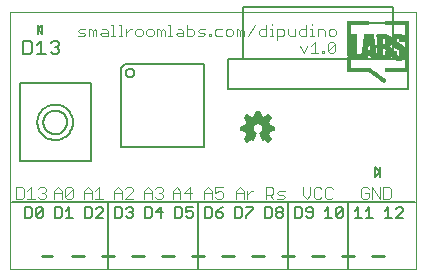
<source format=gto>
G75*
G70*
%OFA0B0*%
%FSLAX24Y24*%
%IPPOS*%
%LPD*%
%AMOC8*
5,1,8,0,0,1.08239X$1,22.5*
%
%ADD10C,0.0000*%
%ADD11C,0.0060*%
%ADD12C,0.0020*%
%ADD13C,0.0050*%
%ADD14C,0.0070*%
%ADD15C,0.0040*%
%ADD16C,0.0100*%
%ADD17R,0.0024X0.0008*%
%ADD18R,0.0040X0.0008*%
%ADD19R,0.0048X0.0008*%
%ADD20R,0.0072X0.0008*%
%ADD21R,0.0088X0.0008*%
%ADD22R,0.0104X0.0008*%
%ADD23R,0.0120X0.0008*%
%ADD24R,0.0136X0.0008*%
%ADD25R,0.0152X0.0008*%
%ADD26R,0.0176X0.0008*%
%ADD27R,0.0184X0.0008*%
%ADD28R,0.0200X0.0008*%
%ADD29R,0.0200X0.0008*%
%ADD30R,0.0192X0.0008*%
%ADD31R,0.0904X0.0008*%
%ADD32R,0.0776X0.0008*%
%ADD33R,0.0888X0.0008*%
%ADD34R,0.0880X0.0008*%
%ADD35R,0.0864X0.0008*%
%ADD36R,0.0776X0.0008*%
%ADD37R,0.0856X0.0008*%
%ADD38R,0.0848X0.0008*%
%ADD39R,0.0832X0.0008*%
%ADD40R,0.0824X0.0008*%
%ADD41R,0.0808X0.0008*%
%ADD42R,0.0800X0.0008*%
%ADD43R,0.0792X0.0008*%
%ADD44R,0.0768X0.0008*%
%ADD45R,0.0752X0.0008*%
%ADD46R,0.0744X0.0008*%
%ADD47R,0.0120X0.0008*%
%ADD48R,0.0128X0.0008*%
%ADD49R,0.0192X0.0008*%
%ADD50R,0.0656X0.0008*%
%ADD51R,0.0536X0.0008*%
%ADD52R,0.0240X0.0008*%
%ADD53R,0.0600X0.0008*%
%ADD54R,0.0288X0.0008*%
%ADD55R,0.0624X0.0008*%
%ADD56R,0.0304X0.0008*%
%ADD57R,0.0640X0.0008*%
%ADD58R,0.0336X0.0008*%
%ADD59R,0.0664X0.0008*%
%ADD60R,0.0656X0.0008*%
%ADD61R,0.0360X0.0008*%
%ADD62R,0.0664X0.0008*%
%ADD63R,0.0664X0.0008*%
%ADD64R,0.0384X0.0008*%
%ADD65R,0.0672X0.0008*%
%ADD66R,0.0400X0.0008*%
%ADD67R,0.0680X0.0008*%
%ADD68R,0.0416X0.0008*%
%ADD69R,0.0552X0.0008*%
%ADD70R,0.0672X0.0008*%
%ADD71R,0.0696X0.0008*%
%ADD72R,0.0552X0.0008*%
%ADD73R,0.0696X0.0008*%
%ADD74R,0.0560X0.0008*%
%ADD75R,0.0704X0.0008*%
%ADD76R,0.0568X0.0008*%
%ADD77R,0.0704X0.0008*%
%ADD78R,0.0568X0.0008*%
%ADD79R,0.1288X0.0008*%
%ADD80R,0.0920X0.0008*%
%ADD81R,0.0320X0.0008*%
%ADD82R,0.0912X0.0008*%
%ADD83R,0.0312X0.0008*%
%ADD84R,0.0432X0.0008*%
%ADD85R,0.0448X0.0008*%
%ADD86R,0.1192X0.0008*%
%ADD87R,0.0416X0.0008*%
%ADD88R,0.0304X0.0008*%
%ADD89R,0.1192X0.0008*%
%ADD90R,0.0408X0.0008*%
%ADD91R,0.0328X0.0008*%
%ADD92R,0.0728X0.0008*%
%ADD93R,0.0328X0.0008*%
%ADD94R,0.0720X0.0008*%
%ADD95R,0.0392X0.0008*%
%ADD96R,0.0720X0.0008*%
%ADD97R,0.0392X0.0008*%
%ADD98R,0.0488X0.0008*%
%ADD99R,0.0224X0.0008*%
%ADD100R,0.0488X0.0008*%
%ADD101R,0.0224X0.0008*%
%ADD102R,0.0480X0.0008*%
%ADD103R,0.0472X0.0008*%
%ADD104R,0.0472X0.0008*%
%ADD105R,0.0312X0.0008*%
%ADD106R,0.0216X0.0008*%
%ADD107R,0.0192X0.0008*%
%ADD108R,0.0336X0.0008*%
%ADD109R,0.0216X0.0008*%
%ADD110R,0.0352X0.0008*%
%ADD111R,0.0192X0.0008*%
%ADD112R,0.0184X0.0008*%
%ADD113R,0.0360X0.0008*%
%ADD114R,0.0208X0.0008*%
%ADD115R,0.0368X0.0008*%
%ADD116R,0.0184X0.0008*%
%ADD117R,0.0408X0.0008*%
%ADD118R,0.0416X0.0008*%
%ADD119R,0.0256X0.0008*%
%ADD120R,0.0440X0.0008*%
%ADD121R,0.0328X0.0008*%
%ADD122R,0.0336X0.0008*%
%ADD123R,0.0344X0.0008*%
%ADD124R,0.0472X0.0008*%
%ADD125R,0.0344X0.0008*%
%ADD126R,0.0464X0.0008*%
%ADD127R,0.0176X0.0008*%
%ADD128R,0.0456X0.0008*%
%ADD129R,0.0352X0.0008*%
%ADD130R,0.0440X0.0008*%
%ADD131R,0.0352X0.0008*%
%ADD132R,0.0424X0.0008*%
%ADD133R,0.0344X0.0008*%
%ADD134R,0.0176X0.0008*%
%ADD135R,0.0184X0.0008*%
%ADD136R,0.0216X0.0008*%
%ADD137R,0.0296X0.0008*%
%ADD138R,0.0280X0.0008*%
%ADD139R,0.0264X0.0008*%
%ADD140R,0.0448X0.0008*%
%ADD141R,0.0424X0.0008*%
%ADD142R,0.0400X0.0008*%
%ADD143R,0.0376X0.0008*%
%ADD144R,0.0368X0.0008*%
%ADD145R,0.0408X0.0008*%
%ADD146R,0.0480X0.0008*%
%ADD147R,0.0584X0.0008*%
%ADD148R,0.0576X0.0008*%
%ADD149R,0.0464X0.0008*%
%ADD150R,0.0328X0.0008*%
%ADD151R,0.0432X0.0008*%
%ADD152R,0.0376X0.0008*%
%ADD153R,0.0392X0.0008*%
%ADD154R,0.0376X0.0008*%
%ADD155R,0.0320X0.0008*%
%ADD156R,0.0272X0.0008*%
%ADD157R,0.0224X0.0008*%
%ADD158R,0.0064X0.0008*%
%ADD159R,0.0704X0.0008*%
%ADD160R,0.0704X0.0008*%
%ADD161R,0.2048X0.0008*%
%ADD162R,0.2048X0.0008*%
D10*
X000605Y000141D02*
X000605Y008718D01*
X014134Y008718D01*
X014134Y000141D01*
X000605Y000141D01*
D11*
X004298Y004228D02*
X004298Y006848D01*
X004438Y006988D01*
X007058Y006988D01*
X007058Y004228D01*
X004298Y004228D01*
X004457Y006688D02*
X004459Y006711D01*
X004465Y006734D01*
X004474Y006755D01*
X004487Y006775D01*
X004503Y006792D01*
X004521Y006806D01*
X004541Y006817D01*
X004563Y006825D01*
X004586Y006829D01*
X004610Y006829D01*
X004633Y006825D01*
X004655Y006817D01*
X004675Y006806D01*
X004693Y006792D01*
X004709Y006775D01*
X004722Y006755D01*
X004731Y006734D01*
X004737Y006711D01*
X004739Y006688D01*
X004737Y006665D01*
X004731Y006642D01*
X004722Y006621D01*
X004709Y006601D01*
X004693Y006584D01*
X004675Y006570D01*
X004655Y006559D01*
X004633Y006551D01*
X004610Y006547D01*
X004586Y006547D01*
X004563Y006551D01*
X004541Y006559D01*
X004521Y006570D01*
X004503Y006584D01*
X004487Y006601D01*
X004474Y006621D01*
X004465Y006642D01*
X004459Y006665D01*
X004457Y006688D01*
X002249Y007394D02*
X002176Y007321D01*
X002029Y007321D01*
X001955Y007394D01*
X001789Y007321D02*
X001495Y007321D01*
X001642Y007321D02*
X001642Y007761D01*
X001495Y007615D01*
X001328Y007688D02*
X001255Y007761D01*
X001035Y007761D01*
X001035Y007321D01*
X001255Y007321D01*
X001328Y007394D01*
X001328Y007688D01*
X001955Y007688D02*
X002029Y007761D01*
X002176Y007761D01*
X002249Y007688D01*
X002249Y007615D01*
X002176Y007541D01*
X002249Y007468D01*
X002249Y007394D01*
X002176Y007541D02*
X002102Y007541D01*
X008305Y004901D02*
X008305Y004771D01*
X008455Y004741D01*
X008505Y004611D01*
X008425Y004481D01*
X008515Y004391D01*
X008635Y004471D01*
X008685Y004441D01*
X008785Y004671D01*
X008755Y004641D02*
X008655Y004491D01*
X008505Y004441D01*
X008455Y004491D01*
X008555Y004641D01*
X008455Y004791D01*
X008355Y004791D01*
X008355Y004891D01*
X008505Y004891D01*
X008555Y005041D01*
X008455Y005191D01*
X008505Y005241D01*
X008655Y005141D01*
X008805Y005241D01*
X008805Y005341D01*
X008905Y005341D01*
X008955Y005191D01*
X009105Y005141D01*
X009205Y005241D01*
X009255Y005191D01*
X009205Y005041D01*
X009255Y004891D01*
X009405Y004891D01*
X009355Y004791D01*
X009205Y004741D01*
X009205Y004591D01*
X009255Y004491D01*
X009205Y004441D01*
X009105Y004491D01*
X009055Y004491D01*
X009005Y004641D01*
X009105Y004841D01*
X009005Y004991D01*
X008855Y005041D01*
X008705Y004991D01*
X008655Y004841D01*
X008705Y004691D01*
X008755Y004641D01*
X008747Y004649D02*
X008550Y004649D01*
X008521Y004590D02*
X008721Y004590D01*
X008682Y004532D02*
X008482Y004532D01*
X008473Y004473D02*
X008601Y004473D01*
X008510Y004707D02*
X008699Y004707D01*
X008680Y004766D02*
X008471Y004766D01*
X008355Y004825D02*
X008660Y004825D01*
X008669Y004883D02*
X008355Y004883D01*
X008305Y004901D02*
X008455Y004921D01*
X008515Y005051D01*
X008425Y005181D01*
X008515Y005271D01*
X008645Y005181D01*
X008765Y005231D01*
X008795Y005391D01*
X008925Y005391D01*
X008955Y005231D01*
X009075Y005181D01*
X009215Y005271D01*
X009305Y005181D01*
X009215Y005051D01*
X009265Y004931D01*
X009415Y004901D01*
X009415Y004771D01*
X009275Y004741D01*
X009215Y004611D01*
X009305Y004481D01*
X009215Y004391D01*
X009095Y004471D01*
X009035Y004441D01*
X008945Y004671D01*
X009009Y004649D02*
X009205Y004649D01*
X009205Y004707D02*
X009038Y004707D01*
X009067Y004766D02*
X009279Y004766D01*
X009371Y004825D02*
X009096Y004825D01*
X009077Y004883D02*
X009401Y004883D01*
X009238Y004942D02*
X009038Y004942D01*
X008977Y005000D02*
X009218Y005000D01*
X009211Y005059D02*
X008543Y005059D01*
X008541Y005000D02*
X008732Y005000D01*
X008688Y004942D02*
X008522Y004942D01*
X008504Y005117D02*
X009230Y005117D01*
X009250Y005176D02*
X009139Y005176D01*
X009198Y005234D02*
X009211Y005234D01*
X009001Y005176D02*
X008707Y005176D01*
X008603Y005176D02*
X008465Y005176D01*
X008498Y005234D02*
X008515Y005234D01*
X008795Y005234D02*
X008940Y005234D01*
X008921Y005293D02*
X008805Y005293D01*
X008785Y004671D02*
X008763Y004684D01*
X008743Y004700D01*
X008725Y004719D01*
X008710Y004741D01*
X008699Y004764D01*
X008691Y004789D01*
X008687Y004814D01*
X008686Y004840D01*
X008689Y004866D01*
X008696Y004891D01*
X008707Y004914D01*
X008720Y004936D01*
X008737Y004956D01*
X008756Y004973D01*
X008778Y004988D01*
X008802Y004998D01*
X008826Y005006D01*
X008852Y005010D01*
X008878Y005010D01*
X008904Y005006D01*
X008928Y004998D01*
X008952Y004988D01*
X008974Y004973D01*
X008993Y004956D01*
X009010Y004936D01*
X009023Y004914D01*
X009034Y004891D01*
X009041Y004866D01*
X009044Y004840D01*
X009043Y004814D01*
X009039Y004789D01*
X009031Y004764D01*
X009020Y004741D01*
X009005Y004719D01*
X008987Y004700D01*
X008967Y004684D01*
X008945Y004671D01*
X009022Y004590D02*
X009205Y004590D01*
X009234Y004532D02*
X009041Y004532D01*
X009140Y004473D02*
X009237Y004473D01*
D12*
X009318Y002881D02*
X009128Y002881D01*
X009128Y002501D01*
X009128Y002628D02*
X009318Y002628D01*
X009382Y002691D01*
X009382Y002818D01*
X009318Y002881D01*
X009496Y002691D02*
X009560Y002755D01*
X009750Y002755D01*
X009687Y002628D02*
X009560Y002628D01*
X009496Y002691D01*
X009496Y002501D02*
X009687Y002501D01*
X009750Y002564D01*
X009687Y002628D01*
X009382Y002501D02*
X009255Y002628D01*
X008698Y002755D02*
X008635Y002755D01*
X008508Y002628D01*
X008508Y002501D02*
X008508Y002755D01*
X008393Y002755D02*
X008266Y002881D01*
X008139Y002755D01*
X008139Y002501D01*
X008393Y002501D02*
X008393Y002755D01*
X008393Y002691D02*
X008139Y002691D01*
X007700Y002691D02*
X007700Y002564D01*
X007637Y002501D01*
X007510Y002501D01*
X007446Y002564D01*
X007446Y002691D02*
X007573Y002755D01*
X007637Y002755D01*
X007700Y002691D01*
X007700Y002881D02*
X007446Y002881D01*
X007446Y002691D01*
X007332Y002691D02*
X007078Y002691D01*
X007078Y002755D02*
X007205Y002881D01*
X007332Y002755D01*
X007332Y002501D01*
X007078Y002501D02*
X007078Y002755D01*
X006650Y002691D02*
X006396Y002691D01*
X006587Y002881D01*
X006587Y002501D01*
X006282Y002501D02*
X006282Y002755D01*
X006155Y002881D01*
X006028Y002755D01*
X006028Y002501D01*
X006028Y002691D02*
X006282Y002691D01*
X005700Y002628D02*
X005700Y002564D01*
X005637Y002501D01*
X005510Y002501D01*
X005446Y002564D01*
X005332Y002501D02*
X005332Y002755D01*
X005205Y002881D01*
X005078Y002755D01*
X005078Y002501D01*
X005078Y002691D02*
X005332Y002691D01*
X005446Y002818D02*
X005510Y002881D01*
X005637Y002881D01*
X005700Y002818D01*
X005700Y002755D01*
X005637Y002691D01*
X005700Y002628D01*
X005637Y002691D02*
X005573Y002691D01*
X004700Y002755D02*
X004700Y002818D01*
X004637Y002881D01*
X004510Y002881D01*
X004446Y002818D01*
X004332Y002755D02*
X004332Y002501D01*
X004446Y002501D02*
X004700Y002755D01*
X004700Y002501D02*
X004446Y002501D01*
X004332Y002691D02*
X004078Y002691D01*
X004078Y002755D02*
X004205Y002881D01*
X004332Y002755D01*
X004078Y002755D02*
X004078Y002501D01*
X003700Y002501D02*
X003446Y002501D01*
X003332Y002501D02*
X003332Y002755D01*
X003205Y002881D01*
X003078Y002755D01*
X003078Y002501D01*
X003078Y002691D02*
X003332Y002691D01*
X003446Y002755D02*
X003573Y002881D01*
X003573Y002501D01*
X002700Y002564D02*
X002637Y002501D01*
X002510Y002501D01*
X002446Y002564D01*
X002700Y002818D01*
X002700Y002564D01*
X002446Y002564D02*
X002446Y002818D01*
X002510Y002881D01*
X002637Y002881D01*
X002700Y002818D01*
X002332Y002755D02*
X002332Y002501D01*
X002332Y002691D02*
X002078Y002691D01*
X002078Y002755D02*
X002205Y002881D01*
X002332Y002755D01*
X002078Y002755D02*
X002078Y002501D01*
X001800Y002564D02*
X001737Y002501D01*
X001610Y002501D01*
X001546Y002564D01*
X001432Y002501D02*
X001178Y002501D01*
X001305Y002501D02*
X001305Y002881D01*
X001178Y002755D01*
X001063Y002818D02*
X001000Y002881D01*
X000810Y002881D01*
X000810Y002501D01*
X001000Y002501D01*
X001063Y002564D01*
X001063Y002818D01*
X001546Y002818D02*
X001610Y002881D01*
X001737Y002881D01*
X001800Y002818D01*
X001800Y002755D01*
X001737Y002691D01*
X001800Y002628D01*
X001800Y002564D01*
X001737Y002691D02*
X001673Y002691D01*
X010360Y002628D02*
X010487Y002501D01*
X010613Y002628D01*
X010613Y002881D01*
X010728Y002818D02*
X010728Y002564D01*
X010791Y002501D01*
X010918Y002501D01*
X010982Y002564D01*
X011096Y002564D02*
X011160Y002501D01*
X011287Y002501D01*
X011350Y002564D01*
X011096Y002564D02*
X011096Y002818D01*
X011160Y002881D01*
X011287Y002881D01*
X011350Y002818D01*
X010982Y002818D02*
X010918Y002881D01*
X010791Y002881D01*
X010728Y002818D01*
X010360Y002881D02*
X010360Y002628D01*
X012310Y002564D02*
X012373Y002501D01*
X012500Y002501D01*
X012563Y002564D01*
X012563Y002691D01*
X012437Y002691D01*
X012563Y002818D02*
X012500Y002881D01*
X012373Y002881D01*
X012310Y002818D01*
X012310Y002564D01*
X012678Y002501D02*
X012678Y002881D01*
X012932Y002501D01*
X012932Y002881D01*
X013046Y002881D02*
X013237Y002881D01*
X013300Y002818D01*
X013300Y002564D01*
X013237Y002501D01*
X013046Y002501D01*
X013046Y002881D01*
D13*
X012933Y003234D02*
X012933Y003391D01*
X012776Y003234D01*
X012776Y003549D01*
X012933Y003391D01*
X012933Y003549D01*
X013210Y002216D02*
X013210Y001866D01*
X013093Y001866D02*
X013327Y001866D01*
X013461Y001866D02*
X013695Y002100D01*
X013695Y002158D01*
X013637Y002216D01*
X013520Y002216D01*
X013461Y002158D01*
X013210Y002216D02*
X013093Y002100D01*
X013461Y001866D02*
X013695Y001866D01*
X012695Y001866D02*
X012461Y001866D01*
X012578Y001866D02*
X012578Y002216D01*
X012461Y002100D01*
X012210Y002216D02*
X012210Y001866D01*
X012093Y001866D02*
X012327Y001866D01*
X012093Y002100D02*
X012210Y002216D01*
X011695Y002158D02*
X011695Y001924D01*
X011637Y001866D01*
X011520Y001866D01*
X011461Y001924D01*
X011695Y002158D01*
X011637Y002216D01*
X011520Y002216D01*
X011461Y002158D01*
X011461Y001924D01*
X011327Y001866D02*
X011093Y001866D01*
X011210Y001866D02*
X011210Y002216D01*
X011093Y002100D01*
X010695Y002158D02*
X010695Y001924D01*
X010637Y001866D01*
X010520Y001866D01*
X010461Y001924D01*
X010520Y002041D02*
X010695Y002041D01*
X010695Y002158D02*
X010637Y002216D01*
X010520Y002216D01*
X010461Y002158D01*
X010461Y002100D01*
X010520Y002041D01*
X010327Y001924D02*
X010327Y002158D01*
X010268Y002216D01*
X010093Y002216D01*
X010093Y001866D01*
X010268Y001866D01*
X010327Y001924D01*
X009695Y001924D02*
X009637Y001866D01*
X009520Y001866D01*
X009461Y001924D01*
X009461Y001983D01*
X009520Y002041D01*
X009637Y002041D01*
X009695Y001983D01*
X009695Y001924D01*
X009637Y002041D02*
X009695Y002100D01*
X009695Y002158D01*
X009637Y002216D01*
X009520Y002216D01*
X009461Y002158D01*
X009461Y002100D01*
X009520Y002041D01*
X009327Y001924D02*
X009327Y002158D01*
X009268Y002216D01*
X009093Y002216D01*
X009093Y001866D01*
X009268Y001866D01*
X009327Y001924D01*
X008695Y002158D02*
X008461Y001924D01*
X008461Y001866D01*
X008327Y001924D02*
X008327Y002158D01*
X008268Y002216D01*
X008093Y002216D01*
X008093Y001866D01*
X008268Y001866D01*
X008327Y001924D01*
X008461Y002216D02*
X008695Y002216D01*
X008695Y002158D01*
X007695Y002216D02*
X007578Y002158D01*
X007461Y002041D01*
X007637Y002041D01*
X007695Y001983D01*
X007695Y001924D01*
X007637Y001866D01*
X007520Y001866D01*
X007461Y001924D01*
X007461Y002041D01*
X007327Y001924D02*
X007327Y002158D01*
X007268Y002216D01*
X007093Y002216D01*
X007093Y001866D01*
X007268Y001866D01*
X007327Y001924D01*
X006695Y001924D02*
X006637Y001866D01*
X006520Y001866D01*
X006461Y001924D01*
X006461Y002041D02*
X006578Y002100D01*
X006637Y002100D01*
X006695Y002041D01*
X006695Y001924D01*
X006461Y002041D02*
X006461Y002216D01*
X006695Y002216D01*
X006327Y002158D02*
X006327Y001924D01*
X006268Y001866D01*
X006093Y001866D01*
X006093Y002216D01*
X006268Y002216D01*
X006327Y002158D01*
X005695Y002041D02*
X005461Y002041D01*
X005637Y002216D01*
X005637Y001866D01*
X005327Y001924D02*
X005327Y002158D01*
X005268Y002216D01*
X005093Y002216D01*
X005093Y001866D01*
X005268Y001866D01*
X005327Y001924D01*
X004695Y001924D02*
X004637Y001866D01*
X004520Y001866D01*
X004461Y001924D01*
X004327Y001924D02*
X004327Y002158D01*
X004268Y002216D01*
X004093Y002216D01*
X004093Y001866D01*
X004268Y001866D01*
X004327Y001924D01*
X004461Y002158D02*
X004520Y002216D01*
X004637Y002216D01*
X004695Y002158D01*
X004695Y002100D01*
X004637Y002041D01*
X004695Y001983D01*
X004695Y001924D01*
X004637Y002041D02*
X004578Y002041D01*
X003695Y002100D02*
X003695Y002158D01*
X003637Y002216D01*
X003520Y002216D01*
X003461Y002158D01*
X003327Y002158D02*
X003268Y002216D01*
X003093Y002216D01*
X003093Y001866D01*
X003268Y001866D01*
X003327Y001924D01*
X003327Y002158D01*
X003461Y001866D02*
X003695Y002100D01*
X003695Y001866D02*
X003461Y001866D01*
X002695Y001866D02*
X002461Y001866D01*
X002578Y001866D02*
X002578Y002216D01*
X002461Y002100D01*
X002327Y002158D02*
X002268Y002216D01*
X002093Y002216D01*
X002093Y001866D01*
X002268Y001866D01*
X002327Y001924D01*
X002327Y002158D01*
X001695Y002158D02*
X001695Y001924D01*
X001637Y001866D01*
X001520Y001866D01*
X001461Y001924D01*
X001695Y002158D01*
X001637Y002216D01*
X001520Y002216D01*
X001461Y002158D01*
X001461Y001924D01*
X001327Y001924D02*
X001327Y002158D01*
X001268Y002216D01*
X001093Y002216D01*
X001093Y001866D01*
X001268Y001866D01*
X001327Y001924D01*
X000924Y003742D02*
X003286Y003742D01*
X003286Y006340D01*
X000924Y006340D01*
X000924Y003742D01*
X001711Y005041D02*
X001713Y005080D01*
X001719Y005119D01*
X001729Y005157D01*
X001742Y005194D01*
X001759Y005229D01*
X001779Y005263D01*
X001803Y005294D01*
X001830Y005323D01*
X001859Y005349D01*
X001891Y005372D01*
X001925Y005392D01*
X001961Y005408D01*
X001998Y005420D01*
X002037Y005429D01*
X002076Y005434D01*
X002115Y005435D01*
X002154Y005432D01*
X002193Y005425D01*
X002230Y005414D01*
X002267Y005400D01*
X002302Y005382D01*
X002335Y005361D01*
X002366Y005336D01*
X002394Y005309D01*
X002419Y005279D01*
X002441Y005246D01*
X002460Y005212D01*
X002475Y005176D01*
X002487Y005138D01*
X002495Y005100D01*
X002499Y005061D01*
X002499Y005021D01*
X002495Y004982D01*
X002487Y004944D01*
X002475Y004906D01*
X002460Y004870D01*
X002441Y004836D01*
X002419Y004803D01*
X002394Y004773D01*
X002366Y004746D01*
X002335Y004721D01*
X002302Y004700D01*
X002267Y004682D01*
X002230Y004668D01*
X002193Y004657D01*
X002154Y004650D01*
X002115Y004647D01*
X002076Y004648D01*
X002037Y004653D01*
X001998Y004662D01*
X001961Y004674D01*
X001925Y004690D01*
X001891Y004710D01*
X001859Y004733D01*
X001830Y004759D01*
X001803Y004788D01*
X001779Y004819D01*
X001759Y004853D01*
X001742Y004888D01*
X001729Y004925D01*
X001719Y004963D01*
X001713Y005002D01*
X001711Y005041D01*
X001513Y005041D02*
X001515Y005089D01*
X001521Y005137D01*
X001531Y005184D01*
X001544Y005231D01*
X001562Y005276D01*
X001583Y005319D01*
X001607Y005361D01*
X001635Y005401D01*
X001666Y005438D01*
X001699Y005472D01*
X001736Y005504D01*
X001775Y005532D01*
X001816Y005558D01*
X001859Y005580D01*
X001904Y005598D01*
X001950Y005612D01*
X001997Y005623D01*
X002045Y005630D01*
X002093Y005633D01*
X002141Y005632D01*
X002189Y005627D01*
X002237Y005618D01*
X002283Y005605D01*
X002329Y005589D01*
X002373Y005569D01*
X002415Y005545D01*
X002455Y005519D01*
X002493Y005488D01*
X002528Y005455D01*
X002560Y005419D01*
X002590Y005381D01*
X002616Y005340D01*
X002638Y005298D01*
X002658Y005254D01*
X002673Y005208D01*
X002685Y005161D01*
X002693Y005113D01*
X002697Y005065D01*
X002697Y005017D01*
X002693Y004969D01*
X002685Y004921D01*
X002673Y004874D01*
X002658Y004828D01*
X002638Y004784D01*
X002616Y004742D01*
X002590Y004701D01*
X002560Y004663D01*
X002528Y004627D01*
X002493Y004594D01*
X002455Y004563D01*
X002415Y004537D01*
X002373Y004513D01*
X002329Y004493D01*
X002283Y004477D01*
X002237Y004464D01*
X002189Y004455D01*
X002141Y004450D01*
X002093Y004449D01*
X002045Y004452D01*
X001997Y004459D01*
X001950Y004470D01*
X001904Y004484D01*
X001859Y004502D01*
X001816Y004524D01*
X001775Y004550D01*
X001736Y004578D01*
X001699Y004610D01*
X001666Y004644D01*
X001635Y004681D01*
X001607Y004721D01*
X001583Y004763D01*
X001562Y004806D01*
X001544Y004851D01*
X001531Y004898D01*
X001521Y004945D01*
X001515Y004993D01*
X001513Y005041D01*
X001526Y007984D02*
X001526Y008141D01*
X001683Y008299D01*
X001683Y007984D01*
X001526Y008141D01*
X001526Y008299D01*
X007855Y007141D02*
X007855Y006141D01*
X013855Y006141D01*
X013855Y007141D01*
X013355Y007141D01*
X013355Y008891D01*
X008355Y008891D01*
X008355Y007141D01*
X013355Y007141D01*
X008355Y007141D02*
X007855Y007141D01*
D14*
X006855Y002391D02*
X006855Y000141D01*
X009855Y000141D02*
X009855Y002391D01*
X011855Y002391D02*
X014055Y002391D01*
X014105Y002391D01*
X011855Y002391D02*
X000655Y002391D01*
X003855Y002391D02*
X003855Y000141D01*
X011855Y000141D02*
X011855Y002391D01*
D15*
X011376Y007361D02*
X011256Y007361D01*
X011195Y007421D01*
X011436Y007661D01*
X011436Y007421D01*
X011376Y007361D01*
X011195Y007421D02*
X011195Y007661D01*
X011256Y007721D01*
X011376Y007721D01*
X011436Y007661D01*
X011403Y007911D02*
X011283Y007911D01*
X011223Y007971D01*
X011223Y008091D01*
X011283Y008151D01*
X011403Y008151D01*
X011463Y008091D01*
X011463Y007971D01*
X011403Y007911D01*
X011095Y007911D02*
X011095Y008091D01*
X011035Y008151D01*
X010855Y008151D01*
X010855Y007911D01*
X010729Y007911D02*
X010609Y007911D01*
X010669Y007911D02*
X010669Y008151D01*
X010609Y008151D01*
X010481Y008151D02*
X010301Y008151D01*
X010241Y008091D01*
X010241Y007971D01*
X010301Y007911D01*
X010481Y007911D01*
X010481Y008271D01*
X010669Y008271D02*
X010669Y008331D01*
X010113Y008151D02*
X010113Y007911D01*
X009932Y007911D01*
X009872Y007971D01*
X009872Y008151D01*
X009744Y008091D02*
X009744Y007971D01*
X009684Y007911D01*
X009504Y007911D01*
X009504Y007791D02*
X009504Y008151D01*
X009684Y008151D01*
X009744Y008091D01*
X009379Y007911D02*
X009259Y007911D01*
X009319Y007911D02*
X009319Y008151D01*
X009259Y008151D01*
X009130Y008151D02*
X008950Y008151D01*
X008890Y008091D01*
X008890Y007971D01*
X008950Y007911D01*
X009130Y007911D01*
X009130Y008271D01*
X009319Y008271D02*
X009319Y008331D01*
X008762Y008271D02*
X008522Y007911D01*
X008394Y007911D02*
X008394Y008091D01*
X008334Y008151D01*
X008274Y008091D01*
X008274Y007911D01*
X008154Y007911D02*
X008154Y008151D01*
X008214Y008151D01*
X008274Y008091D01*
X008026Y008091D02*
X008026Y007971D01*
X007965Y007911D01*
X007845Y007911D01*
X007785Y007971D01*
X007785Y008091D01*
X007845Y008151D01*
X007965Y008151D01*
X008026Y008091D01*
X007657Y008151D02*
X007477Y008151D01*
X007417Y008091D01*
X007417Y007971D01*
X007477Y007911D01*
X007657Y007911D01*
X007293Y007911D02*
X007233Y007911D01*
X007233Y007971D01*
X007293Y007971D01*
X007293Y007911D01*
X007105Y007971D02*
X007045Y008031D01*
X006925Y008031D01*
X006865Y008091D01*
X006925Y008151D01*
X007105Y008151D01*
X007105Y007971D02*
X007045Y007911D01*
X006865Y007911D01*
X006736Y007971D02*
X006736Y008091D01*
X006676Y008151D01*
X006496Y008151D01*
X006496Y008271D02*
X006496Y007911D01*
X006676Y007911D01*
X006736Y007971D01*
X006368Y007911D02*
X006188Y007911D01*
X006128Y007971D01*
X006188Y008031D01*
X006368Y008031D01*
X006368Y008091D02*
X006368Y007911D01*
X006368Y008091D02*
X006308Y008151D01*
X006188Y008151D01*
X005943Y008271D02*
X005943Y007911D01*
X006003Y007911D02*
X005882Y007911D01*
X005754Y007911D02*
X005754Y008091D01*
X005694Y008151D01*
X005634Y008091D01*
X005634Y007911D01*
X005514Y007911D02*
X005514Y008151D01*
X005574Y008151D01*
X005634Y008091D01*
X005386Y008091D02*
X005386Y007971D01*
X005326Y007911D01*
X005206Y007911D01*
X005146Y007971D01*
X005146Y008091D01*
X005206Y008151D01*
X005326Y008151D01*
X005386Y008091D01*
X005018Y008091D02*
X005018Y007971D01*
X004958Y007911D01*
X004838Y007911D01*
X004778Y007971D01*
X004778Y008091D01*
X004838Y008151D01*
X004958Y008151D01*
X005018Y008091D01*
X004651Y008151D02*
X004591Y008151D01*
X004471Y008031D01*
X004471Y007911D02*
X004471Y008151D01*
X004285Y008271D02*
X004285Y007911D01*
X004225Y007911D02*
X004345Y007911D01*
X004100Y007911D02*
X003980Y007911D01*
X004040Y007911D02*
X004040Y008271D01*
X003980Y008271D01*
X003852Y008091D02*
X003791Y008151D01*
X003671Y008151D01*
X003671Y008031D02*
X003852Y008031D01*
X003852Y008091D02*
X003852Y007911D01*
X003671Y007911D01*
X003611Y007971D01*
X003671Y008031D01*
X003483Y008091D02*
X003423Y008151D01*
X003363Y008091D01*
X003363Y007911D01*
X003243Y007911D02*
X003243Y008151D01*
X003303Y008151D01*
X003363Y008091D01*
X003483Y008091D02*
X003483Y007911D01*
X003115Y007971D02*
X003055Y007911D01*
X002875Y007911D01*
X003055Y008031D02*
X003115Y007971D01*
X003055Y008031D02*
X002935Y008031D01*
X002875Y008091D01*
X002935Y008151D01*
X003115Y008151D01*
X004225Y008271D02*
X004285Y008271D01*
X005882Y008271D02*
X005943Y008271D01*
X010275Y007601D02*
X010395Y007361D01*
X010515Y007601D01*
X010643Y007601D02*
X010763Y007721D01*
X010763Y007361D01*
X010643Y007361D02*
X010883Y007361D01*
X011011Y007361D02*
X011011Y007421D01*
X011071Y007421D01*
X011071Y007361D01*
X011011Y007361D01*
D16*
X011055Y000581D02*
X010655Y000581D01*
X010055Y000581D02*
X009655Y000581D01*
X009055Y000581D02*
X008655Y000581D01*
X008055Y000581D02*
X007655Y000581D01*
X007055Y000581D02*
X006655Y000581D01*
X006055Y000581D02*
X005655Y000581D01*
X005055Y000581D02*
X004655Y000581D01*
X004055Y000581D02*
X003655Y000581D01*
X003055Y000581D02*
X002655Y000581D01*
X002005Y000581D02*
X001655Y000581D01*
X011655Y000581D02*
X012055Y000581D01*
X012655Y000581D02*
X013055Y000581D01*
D17*
X013063Y006349D03*
D18*
X013063Y006357D03*
D19*
X013059Y006365D03*
D20*
X013055Y006373D03*
D21*
X013055Y006381D03*
D22*
X013055Y006389D03*
D23*
X013047Y006397D03*
X013839Y006837D03*
X013839Y006845D03*
X013839Y006853D03*
X013839Y006869D03*
X013839Y006877D03*
X013839Y006885D03*
X013839Y006893D03*
X013839Y006909D03*
X013839Y006917D03*
X013839Y006925D03*
X013839Y006933D03*
X013839Y006949D03*
X013839Y006957D03*
X013839Y006965D03*
X013839Y006973D03*
X013839Y006989D03*
X013839Y006997D03*
X013839Y007005D03*
X013839Y007013D03*
X013839Y007029D03*
X013839Y007037D03*
X013839Y007045D03*
X013839Y007053D03*
X013839Y007069D03*
X013839Y007077D03*
X013839Y007085D03*
X013839Y007093D03*
X013839Y007109D03*
X013839Y007117D03*
X013839Y007125D03*
X013839Y007133D03*
X013839Y007149D03*
X013839Y007157D03*
X013839Y007165D03*
X013839Y007493D03*
X013839Y007509D03*
X013839Y007517D03*
X013839Y007525D03*
X013839Y007533D03*
X013839Y007549D03*
X013839Y007557D03*
X013839Y007565D03*
X013839Y007573D03*
X013839Y007589D03*
X013839Y007597D03*
X013839Y007605D03*
X013839Y007613D03*
X013839Y007629D03*
X013839Y007637D03*
X013839Y007645D03*
X013839Y007653D03*
X013839Y007669D03*
X013839Y007677D03*
X013839Y007685D03*
X013839Y007693D03*
X013839Y007853D03*
X013839Y007869D03*
X013839Y007877D03*
X013839Y007885D03*
X013839Y007893D03*
X013839Y007909D03*
X013839Y007917D03*
X013839Y007925D03*
X013839Y007933D03*
X013839Y007949D03*
X013839Y007957D03*
X013839Y007965D03*
X013839Y007973D03*
X013839Y007989D03*
X013839Y007997D03*
X013839Y008005D03*
X013839Y008013D03*
X013839Y008029D03*
X013839Y008037D03*
X013839Y008045D03*
X013839Y008053D03*
X013839Y008069D03*
X013839Y008077D03*
X013839Y008085D03*
X013839Y008093D03*
X013839Y008109D03*
X013839Y008117D03*
X013839Y008125D03*
X013839Y008133D03*
X013839Y008149D03*
X013839Y008157D03*
X013839Y008165D03*
X013839Y008173D03*
X013839Y008189D03*
X013839Y008197D03*
X013839Y008205D03*
X013839Y008213D03*
X013839Y008229D03*
X013839Y008237D03*
X013839Y008245D03*
X013839Y008253D03*
X011911Y008253D03*
X011911Y008245D03*
X011911Y008237D03*
X011911Y008229D03*
X011911Y008213D03*
X011911Y008205D03*
X011911Y008197D03*
X011911Y008189D03*
X011911Y008173D03*
X011911Y008165D03*
X011911Y008157D03*
X011911Y008149D03*
X011911Y008133D03*
X011911Y008125D03*
X011911Y008117D03*
X011911Y008109D03*
X011911Y008093D03*
X011911Y008085D03*
X011911Y008077D03*
X011911Y008069D03*
X011911Y008053D03*
X011911Y008045D03*
X011911Y008037D03*
X011911Y008029D03*
X011911Y008013D03*
X011911Y008005D03*
X011911Y007997D03*
X011911Y007989D03*
X011911Y007973D03*
X011911Y007965D03*
X011911Y007957D03*
X011911Y007949D03*
X011911Y007093D03*
X011911Y007085D03*
X011911Y007077D03*
X011911Y007069D03*
X011911Y007053D03*
X011911Y007045D03*
X011911Y007037D03*
X011911Y007029D03*
X011911Y007013D03*
X011911Y007005D03*
X011911Y006997D03*
X011911Y006989D03*
X011911Y006973D03*
X011911Y006965D03*
X011911Y006957D03*
X011911Y006949D03*
X011911Y006933D03*
X011911Y006925D03*
X011911Y006917D03*
X011911Y006909D03*
X011911Y006893D03*
X011911Y006885D03*
X011911Y006877D03*
X011911Y006869D03*
X011911Y006853D03*
X011911Y006845D03*
X011911Y006837D03*
D24*
X013047Y006405D03*
D25*
X013047Y006413D03*
D26*
X013043Y006421D03*
X012675Y007661D03*
X012667Y007701D03*
D27*
X012671Y007685D03*
X012671Y007677D03*
X012671Y007669D03*
X012679Y007637D03*
X012679Y007629D03*
X012679Y007613D03*
X012471Y007717D03*
X012471Y007725D03*
X012471Y007733D03*
X013039Y006429D03*
D28*
X013031Y006437D03*
X013023Y006445D03*
X013015Y006453D03*
X012991Y006469D03*
X012983Y006477D03*
X012967Y006485D03*
X012959Y006493D03*
X012935Y006509D03*
X012927Y006517D03*
X012911Y006525D03*
X012903Y006533D03*
X012879Y006549D03*
X012871Y006557D03*
X012863Y006565D03*
X012847Y006573D03*
X012831Y006589D03*
X012815Y006597D03*
X012807Y006605D03*
X012791Y006613D03*
X012775Y006629D03*
X012759Y006637D03*
X012751Y006645D03*
X012743Y006653D03*
X012719Y006669D03*
X012711Y006677D03*
X012695Y006685D03*
X012687Y006693D03*
X012663Y006709D03*
X012431Y007413D03*
X012439Y007469D03*
X013207Y007637D03*
X013207Y007645D03*
X013207Y007653D03*
X013415Y007805D03*
D29*
X012727Y006661D03*
X012783Y006621D03*
X012839Y006581D03*
X012895Y006541D03*
X012951Y006501D03*
X012999Y006461D03*
D30*
X012675Y006701D03*
X012435Y007421D03*
X012435Y007461D03*
D31*
X012303Y006717D03*
D32*
X012239Y006805D03*
X013511Y006813D03*
X013511Y006805D03*
X013511Y006797D03*
X013511Y006789D03*
X013511Y006773D03*
X013511Y006765D03*
X013511Y006757D03*
X013511Y006749D03*
X013511Y006733D03*
X013511Y006725D03*
X013511Y006717D03*
X013511Y006829D03*
X013511Y008269D03*
X013511Y008277D03*
X013511Y008285D03*
X013511Y008293D03*
X013511Y008349D03*
X013511Y008357D03*
X013511Y008365D03*
X013511Y008373D03*
D33*
X012295Y006725D03*
D34*
X012291Y006733D03*
D35*
X012283Y006741D03*
D36*
X013511Y006741D03*
X013511Y006781D03*
X013511Y006821D03*
X013511Y008301D03*
X013511Y008381D03*
D37*
X012279Y006749D03*
D38*
X012275Y006757D03*
D39*
X012267Y006765D03*
D40*
X012263Y006773D03*
D41*
X012255Y006781D03*
D42*
X012251Y006789D03*
D43*
X012247Y006797D03*
D44*
X012235Y006813D03*
D45*
X012227Y006821D03*
D46*
X012223Y006829D03*
D47*
X011911Y006861D03*
X011911Y006901D03*
X011911Y006941D03*
X011911Y006981D03*
X011911Y007021D03*
X011911Y007061D03*
X011911Y007101D03*
X011911Y007981D03*
X011911Y008021D03*
X011911Y008061D03*
X011911Y008101D03*
X011911Y008141D03*
X011911Y008181D03*
X011911Y008221D03*
X011911Y008261D03*
X013839Y008261D03*
X013839Y008221D03*
X013839Y008181D03*
X013839Y008141D03*
X013839Y008101D03*
X013839Y008061D03*
X013839Y008021D03*
X013839Y007981D03*
X013839Y007941D03*
X013839Y007901D03*
X013839Y007861D03*
X013839Y007701D03*
X013839Y007661D03*
X013839Y007621D03*
X013839Y007581D03*
X013839Y007541D03*
X013839Y007501D03*
X013839Y007141D03*
X013839Y007101D03*
X013839Y007061D03*
X013839Y007021D03*
X013839Y006981D03*
X013839Y006941D03*
X013839Y006901D03*
X013839Y006861D03*
D48*
X013563Y007093D03*
D49*
X013563Y007101D03*
X012707Y007421D03*
X012443Y007501D03*
X012451Y007541D03*
X012451Y007581D03*
X012459Y007621D03*
X012467Y007701D03*
D50*
X012179Y007133D03*
X012179Y007125D03*
X012179Y007117D03*
X012179Y007109D03*
D51*
X012903Y007109D03*
D52*
X013563Y007109D03*
D53*
X012935Y007117D03*
D54*
X013563Y007117D03*
D55*
X012947Y007125D03*
D56*
X013563Y007125D03*
X013747Y007253D03*
X013747Y007269D03*
X013747Y007277D03*
X013747Y007285D03*
X013747Y007293D03*
X013747Y007309D03*
X013747Y007317D03*
X013747Y007325D03*
X013747Y007333D03*
X013747Y007349D03*
X013747Y007357D03*
X013747Y007365D03*
X013747Y007709D03*
X013747Y007717D03*
X013747Y007725D03*
X013747Y007733D03*
X013747Y007749D03*
X013747Y007757D03*
X013747Y007765D03*
X013747Y007773D03*
X013547Y007933D03*
D57*
X012955Y007133D03*
D58*
X013563Y007133D03*
X012563Y007869D03*
X012563Y007877D03*
X012563Y007885D03*
X012563Y007893D03*
X013547Y007925D03*
D59*
X012183Y007141D03*
D60*
X012955Y007141D03*
D61*
X013567Y007141D03*
X012567Y007781D03*
D62*
X012183Y007173D03*
X012183Y007165D03*
X012183Y007157D03*
X012183Y007149D03*
D63*
X012959Y007149D03*
D64*
X013563Y007149D03*
X013707Y007445D03*
D65*
X012963Y007157D03*
X012187Y007189D03*
X012187Y007197D03*
X012187Y007205D03*
X012187Y007213D03*
D66*
X013019Y007557D03*
X013019Y007565D03*
X013315Y007709D03*
X013315Y007717D03*
X013315Y007725D03*
X013315Y007733D03*
X013307Y007757D03*
X013307Y007765D03*
X013307Y007773D03*
X013307Y007293D03*
X013307Y007285D03*
X013307Y007277D03*
X013563Y007157D03*
D67*
X012967Y007165D03*
X012967Y007173D03*
X012191Y007229D03*
X012191Y007237D03*
X012191Y007245D03*
X012191Y007253D03*
D68*
X013323Y007685D03*
X013307Y007789D03*
X013563Y007165D03*
D69*
X013623Y007173D03*
D70*
X012187Y007181D03*
X012187Y007221D03*
D71*
X012967Y007181D03*
D72*
X013623Y007181D03*
D73*
X012967Y007189D03*
X012967Y007197D03*
D74*
X013619Y007197D03*
X013619Y007189D03*
D75*
X012971Y007205D03*
X012971Y007213D03*
D76*
X013615Y007213D03*
X013615Y007205D03*
D77*
X012971Y007221D03*
D78*
X013615Y007221D03*
D79*
X013255Y007229D03*
D80*
X013071Y007237D03*
D81*
X013739Y007237D03*
X013739Y007397D03*
X013739Y007797D03*
X013739Y007805D03*
X013739Y007813D03*
X012563Y007909D03*
X012563Y007917D03*
X012563Y007925D03*
X012563Y007933D03*
D82*
X013067Y007245D03*
D83*
X013479Y007613D03*
X013487Y007605D03*
X013743Y007789D03*
X013743Y007389D03*
X013743Y007373D03*
X013743Y007245D03*
D84*
X013683Y007477D03*
X013547Y007877D03*
X012827Y007253D03*
D85*
X013299Y007253D03*
X013547Y007853D03*
X013043Y007885D03*
D86*
X012447Y007261D03*
D87*
X013307Y007261D03*
D88*
X013747Y007261D03*
X013747Y007301D03*
X013747Y007341D03*
X013747Y007741D03*
D89*
X012447Y007269D03*
D90*
X013311Y007269D03*
X013319Y007693D03*
X013551Y007893D03*
X013023Y007917D03*
D91*
X013495Y007597D03*
X013735Y007405D03*
X012015Y007413D03*
X012015Y007405D03*
X012015Y007397D03*
X012015Y007389D03*
X012015Y007373D03*
X012015Y007365D03*
X012015Y007357D03*
X012015Y007349D03*
X012015Y007333D03*
X012015Y007325D03*
X012015Y007317D03*
X012015Y007309D03*
X012015Y007293D03*
X012015Y007285D03*
X012015Y007277D03*
X012015Y007429D03*
X012015Y007437D03*
X012015Y007445D03*
X012015Y007453D03*
X012015Y007469D03*
X012015Y007477D03*
X012015Y007485D03*
X012015Y007493D03*
X012015Y007509D03*
X012015Y007517D03*
X012015Y007525D03*
X012015Y007533D03*
X012015Y007549D03*
X012015Y007557D03*
X012015Y007565D03*
X012015Y007573D03*
X012015Y007589D03*
X012015Y007597D03*
X012015Y007605D03*
X012015Y007613D03*
X012015Y007629D03*
X012015Y007637D03*
X012015Y007645D03*
X012015Y007653D03*
X012015Y007669D03*
X012015Y007677D03*
X012015Y007685D03*
X012015Y007693D03*
X012015Y007709D03*
X012015Y007717D03*
X012015Y007725D03*
X012015Y007733D03*
X012015Y007749D03*
X012015Y007757D03*
X012015Y007765D03*
X012015Y007773D03*
X012015Y007789D03*
X012015Y007797D03*
X012015Y007805D03*
X012015Y007813D03*
X012015Y007829D03*
X012015Y007837D03*
X012015Y007845D03*
X012015Y007853D03*
X012015Y007869D03*
X012015Y007877D03*
X012015Y007885D03*
X012015Y007893D03*
X012015Y007909D03*
X012015Y007917D03*
X012015Y007925D03*
X012015Y007933D03*
D92*
X012679Y007293D03*
X012679Y007285D03*
X012679Y007277D03*
D93*
X012015Y007301D03*
X012015Y007341D03*
X012015Y007381D03*
X012015Y007421D03*
X012015Y007461D03*
X012015Y007501D03*
X012015Y007541D03*
X012015Y007581D03*
X012015Y007621D03*
X012015Y007661D03*
X012015Y007701D03*
X012015Y007741D03*
X012015Y007781D03*
X012015Y007821D03*
X012015Y007861D03*
X012015Y007901D03*
X012015Y007941D03*
X013735Y007821D03*
D94*
X012683Y007301D03*
D95*
X013311Y007301D03*
X013311Y007341D03*
X013311Y007381D03*
X013311Y007741D03*
X013551Y007901D03*
D96*
X012683Y007317D03*
X012683Y007309D03*
D97*
X013311Y007309D03*
X013311Y007317D03*
X013311Y007325D03*
X013311Y007333D03*
X013311Y007349D03*
X013311Y007357D03*
X013311Y007365D03*
X013311Y007373D03*
X013311Y007389D03*
X013311Y007397D03*
X013703Y007453D03*
X013311Y007749D03*
D98*
X013063Y007805D03*
X013063Y007813D03*
X013063Y007493D03*
X012567Y007349D03*
X012567Y007333D03*
X012567Y007325D03*
D99*
X012931Y007325D03*
X012931Y007333D03*
X012931Y007349D03*
X012931Y007357D03*
X012931Y007365D03*
X012931Y007373D03*
X012931Y007389D03*
X012931Y007397D03*
X012931Y007405D03*
X012931Y007413D03*
X012931Y007429D03*
X012931Y007437D03*
X012931Y007445D03*
X012931Y007453D03*
X012931Y007469D03*
X012931Y007477D03*
X012931Y007485D03*
X012931Y007629D03*
X012931Y007637D03*
X012931Y007645D03*
X012931Y007653D03*
X012931Y007669D03*
X012931Y007677D03*
X012931Y007685D03*
X012931Y007693D03*
X012931Y007709D03*
X012931Y007717D03*
X012931Y007725D03*
X012931Y007733D03*
X012931Y007749D03*
X012931Y007757D03*
X012931Y007765D03*
X012931Y007773D03*
X012931Y007789D03*
X012931Y007797D03*
D100*
X013063Y007501D03*
X012567Y007341D03*
D101*
X012931Y007341D03*
X012931Y007381D03*
X012931Y007421D03*
X012931Y007461D03*
X012931Y007621D03*
X012931Y007661D03*
X012931Y007701D03*
X012931Y007741D03*
X012931Y007781D03*
D102*
X013059Y007829D03*
X013059Y007837D03*
X013059Y007613D03*
X013059Y007509D03*
X012571Y007365D03*
X012571Y007357D03*
D103*
X012567Y007373D03*
X012567Y007389D03*
X012567Y007397D03*
X012567Y007405D03*
D104*
X012567Y007381D03*
D105*
X013743Y007381D03*
X013743Y007781D03*
D106*
X013215Y007469D03*
X013207Y007477D03*
X013215Y007453D03*
X013215Y007445D03*
X013223Y007429D03*
X013223Y007413D03*
X013223Y007405D03*
D107*
X012707Y007413D03*
X012699Y007469D03*
X012699Y007477D03*
X012443Y007477D03*
X012443Y007485D03*
X012443Y007493D03*
X012443Y007509D03*
X012443Y007517D03*
X012443Y007525D03*
X012443Y007533D03*
X012451Y007549D03*
X012451Y007557D03*
X012451Y007565D03*
X012451Y007573D03*
X012451Y007589D03*
X012459Y007613D03*
X012459Y007629D03*
X012459Y007637D03*
X012459Y007645D03*
X012459Y007653D03*
X012467Y007669D03*
X012467Y007677D03*
X012467Y007685D03*
X012467Y007693D03*
X012467Y007709D03*
D108*
X013731Y007413D03*
D109*
X013223Y007421D03*
X013215Y007461D03*
X013423Y007821D03*
D110*
X013723Y007421D03*
X012563Y007821D03*
D111*
X012435Y007453D03*
X012435Y007445D03*
X012435Y007437D03*
X012435Y007429D03*
D112*
X012455Y007597D03*
X012455Y007605D03*
X012687Y007573D03*
X012687Y007565D03*
X012687Y007557D03*
X012687Y007549D03*
X012695Y007525D03*
X012695Y007517D03*
X012695Y007509D03*
X012695Y007493D03*
X012695Y007485D03*
X012703Y007453D03*
X012703Y007445D03*
X012703Y007437D03*
X012703Y007429D03*
D113*
X012567Y007789D03*
X012567Y007797D03*
X013719Y007429D03*
D114*
X013419Y007813D03*
X013203Y007629D03*
X013219Y007437D03*
D115*
X013715Y007437D03*
D116*
X012703Y007461D03*
X012695Y007501D03*
X012687Y007541D03*
X012687Y007581D03*
X012463Y007661D03*
D117*
X013695Y007461D03*
D118*
X013691Y007469D03*
D119*
X013443Y007653D03*
X013187Y007485D03*
D120*
X013327Y007669D03*
X013551Y007869D03*
X013679Y007485D03*
X013039Y007893D03*
D121*
X013503Y007589D03*
X013607Y007493D03*
D122*
X013603Y007501D03*
X012987Y007941D03*
X012563Y007861D03*
D123*
X013519Y007573D03*
X013591Y007509D03*
D124*
X013055Y007517D03*
X013055Y007605D03*
X013055Y007845D03*
X013055Y007853D03*
D125*
X012567Y007853D03*
X012567Y007845D03*
X012567Y007837D03*
X013527Y007565D03*
X013575Y007525D03*
X013583Y007517D03*
D126*
X013051Y007525D03*
X013051Y007597D03*
X013051Y007869D03*
D127*
X012691Y007533D03*
D128*
X013047Y007533D03*
X013047Y007589D03*
X013047Y007877D03*
D129*
X012563Y007829D03*
X012563Y007813D03*
X012563Y007805D03*
X013547Y007917D03*
X013539Y007557D03*
X013547Y007549D03*
X013563Y007533D03*
D130*
X013039Y007541D03*
X013039Y007581D03*
D131*
X013555Y007541D03*
D132*
X013551Y007885D03*
X013031Y007909D03*
X013031Y007573D03*
X013031Y007549D03*
D133*
X013511Y007581D03*
D134*
X013547Y007957D03*
X012675Y007653D03*
X012675Y007645D03*
X012683Y007605D03*
X012683Y007597D03*
X012683Y007589D03*
X012667Y007693D03*
X012667Y007709D03*
X012667Y007717D03*
X012667Y007725D03*
X012667Y007733D03*
D135*
X012679Y007621D03*
D136*
X013191Y007621D03*
D137*
X013471Y007621D03*
D138*
X013463Y007629D03*
X013455Y007637D03*
D139*
X013447Y007645D03*
D140*
X013331Y007661D03*
X013547Y007861D03*
D141*
X013303Y007797D03*
X013327Y007677D03*
D142*
X013315Y007701D03*
D143*
X012567Y007741D03*
D144*
X012563Y007749D03*
X012563Y007757D03*
X012563Y007765D03*
X012563Y007773D03*
D145*
X013311Y007781D03*
D146*
X013059Y007821D03*
D147*
X013607Y007829D03*
X013607Y007837D03*
D148*
X013611Y007845D03*
D149*
X013051Y007861D03*
D150*
X012567Y007901D03*
D151*
X013035Y007901D03*
D152*
X013551Y007909D03*
D153*
X013015Y007925D03*
D154*
X013007Y007933D03*
D155*
X012563Y007941D03*
D156*
X013547Y007941D03*
D157*
X013547Y007949D03*
D158*
X013547Y007965D03*
D159*
X012203Y008269D03*
X012203Y008277D03*
X012203Y008285D03*
X012203Y008293D03*
X012203Y008349D03*
X012203Y008357D03*
X012203Y008365D03*
X012203Y008373D03*
D160*
X012203Y008381D03*
X012203Y008301D03*
D161*
X012875Y008309D03*
X012875Y008317D03*
X012875Y008325D03*
X012875Y008333D03*
D162*
X012875Y008341D03*
M02*

</source>
